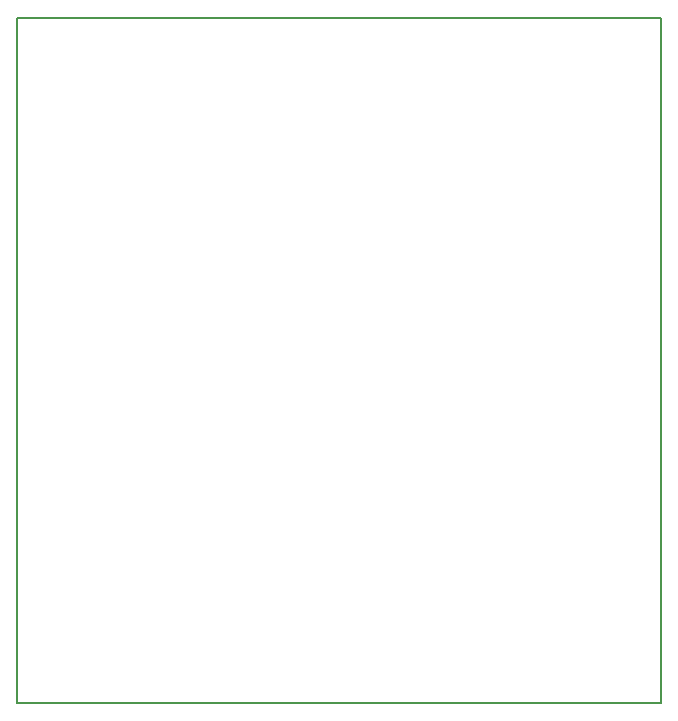
<source format=gbr>
G04 #@! TF.FileFunction,Profile,NP*
%FSLAX46Y46*%
G04 Gerber Fmt 4.6, Leading zero omitted, Abs format (unit mm)*
G04 Created by KiCad (PCBNEW 4.0.7) date Thu Jun 21 22:23:34 2018*
%MOMM*%
%LPD*%
G01*
G04 APERTURE LIST*
%ADD10C,0.100000*%
%ADD11C,0.150000*%
G04 APERTURE END LIST*
D10*
D11*
X195000000Y-122500000D02*
X195000000Y-64500000D01*
X140500000Y-122500000D02*
X195000000Y-122500000D01*
X140500000Y-64500000D02*
X140500000Y-122500000D01*
X195000000Y-64500000D02*
X140500000Y-64500000D01*
M02*

</source>
